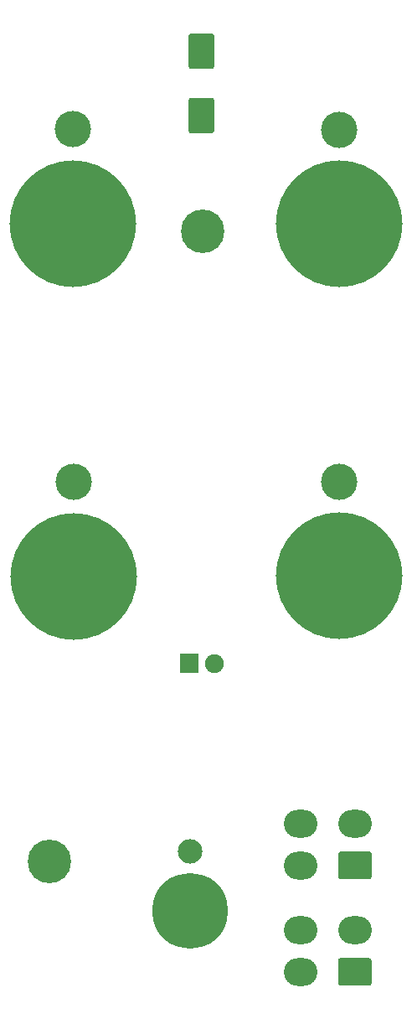
<source format=gbr>
%TF.GenerationSoftware,KiCad,Pcbnew,(5.1.10)-1*%
%TF.CreationDate,2021-11-16T18:51:37+11:00*%
%TF.ProjectId,SIM PWR PCB V3,53494d20-5057-4522-9050-43422056332e,rev?*%
%TF.SameCoordinates,Original*%
%TF.FileFunction,Soldermask,Bot*%
%TF.FilePolarity,Negative*%
%FSLAX46Y46*%
G04 Gerber Fmt 4.6, Leading zero omitted, Abs format (unit mm)*
G04 Created by KiCad (PCBNEW (5.1.10)-1) date 2021-11-16 18:51:37*
%MOMM*%
%LPD*%
G01*
G04 APERTURE LIST*
%ADD10O,3.400000X2.800000*%
%ADD11C,7.640752*%
%ADD12C,2.481250*%
%ADD13C,12.800000*%
%ADD14C,3.672000*%
%ADD15C,4.400000*%
%ADD16C,1.900000*%
G04 APERTURE END LIST*
D10*
%TO.C,J2*%
X247350000Y-149560000D03*
X247350000Y-153760000D03*
X252850000Y-149560000D03*
G36*
G01*
X254290740Y-155160000D02*
X251409260Y-155160000D01*
G75*
G02*
X251150000Y-154900740I0J259260D01*
G01*
X251150000Y-152619260D01*
G75*
G02*
X251409260Y-152360000I259260J0D01*
G01*
X254290740Y-152360000D01*
G75*
G02*
X254550000Y-152619260I0J-259260D01*
G01*
X254550000Y-154900740D01*
G75*
G02*
X254290740Y-155160000I-259260J0D01*
G01*
G37*
%TD*%
%TO.C,J1*%
X247370000Y-138790000D03*
X247370000Y-142990000D03*
X252870000Y-138790000D03*
G36*
G01*
X254310740Y-144390000D02*
X251429260Y-144390000D01*
G75*
G02*
X251170000Y-144130740I0J259260D01*
G01*
X251170000Y-141849260D01*
G75*
G02*
X251429260Y-141590000I259260J0D01*
G01*
X254310740Y-141590000D01*
G75*
G02*
X254570000Y-141849260I0J-259260D01*
G01*
X254570000Y-144130740D01*
G75*
G02*
X254310740Y-144390000I-259260J0D01*
G01*
G37*
%TD*%
D11*
%TO.C,REF\u002A\u002A*%
X236200000Y-147600000D03*
D12*
X236200000Y-141600000D03*
D11*
X236200000Y-147600000D03*
%TD*%
D13*
%TO.C,REF\u002A\u002A*%
X224400000Y-113780000D03*
X224400000Y-113780000D03*
D14*
X224400000Y-104255000D03*
%TD*%
D13*
%TO.C,REF\u002A\u002A*%
X251280000Y-113770000D03*
X251280000Y-113770000D03*
D14*
X251280000Y-104245000D03*
%TD*%
D13*
%TO.C,REF\u002A\u002A*%
X224370000Y-78130000D03*
X224370000Y-78130000D03*
D14*
X224370000Y-68605000D03*
%TD*%
D13*
%TO.C,REF\u002A\u002A*%
X251280000Y-78170000D03*
X251280000Y-78170000D03*
D14*
X251280000Y-68645000D03*
%TD*%
D15*
%TO.C,H2*%
X221960000Y-142570000D03*
%TD*%
%TO.C,H1*%
X237460000Y-78970000D03*
%TD*%
D16*
%TO.C,D36*%
X238653000Y-122588000D03*
G36*
G01*
X235163000Y-123488000D02*
X235163000Y-121688000D01*
G75*
G02*
X235213000Y-121638000I50000J0D01*
G01*
X237013000Y-121638000D01*
G75*
G02*
X237063000Y-121688000I0J-50000D01*
G01*
X237063000Y-123488000D01*
G75*
G02*
X237013000Y-123538000I-50000J0D01*
G01*
X235213000Y-123538000D01*
G75*
G02*
X235163000Y-123488000I0J50000D01*
G01*
G37*
%TD*%
%TO.C,C1*%
G36*
G01*
X238370000Y-62540000D02*
X236290000Y-62540000D01*
G75*
G02*
X236030000Y-62280000I0J260000D01*
G01*
X236030000Y-59200000D01*
G75*
G02*
X236290000Y-58940000I260000J0D01*
G01*
X238370000Y-58940000D01*
G75*
G02*
X238630000Y-59200000I0J-260000D01*
G01*
X238630000Y-62280000D01*
G75*
G02*
X238370000Y-62540000I-260000J0D01*
G01*
G37*
G36*
G01*
X238370000Y-69040000D02*
X236290000Y-69040000D01*
G75*
G02*
X236030000Y-68780000I0J260000D01*
G01*
X236030000Y-65700000D01*
G75*
G02*
X236290000Y-65440000I260000J0D01*
G01*
X238370000Y-65440000D01*
G75*
G02*
X238630000Y-65700000I0J-260000D01*
G01*
X238630000Y-68780000D01*
G75*
G02*
X238370000Y-69040000I-260000J0D01*
G01*
G37*
%TD*%
M02*

</source>
